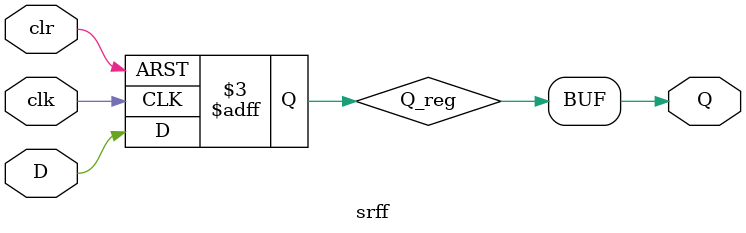
<source format=sv>
`timescale 1ns/1ns
module srff(clk, D, clr, Q);
input clk, D, clr;
output Q;
logic Q_reg;
assign Q = Q_reg;
always@(negedge clk, negedge clr)
begin
if(clr == 1'b0)
Q_reg <= 1'b0;
else
Q_reg <= D;
end
endmodule

</source>
